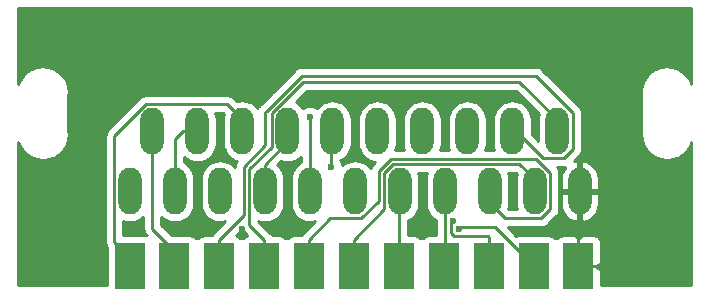
<source format=gbl>
G04 #@! TF.GenerationSoftware,KiCad,Pcbnew,(5.1.0)-1*
G04 #@! TF.CreationDate,2019-08-12T13:57:41-04:00*
G04 #@! TF.ProjectId,JP21F_to_EUROM,4a503231-465f-4746-9f5f-4555524f4d2e,rev?*
G04 #@! TF.SameCoordinates,Original*
G04 #@! TF.FileFunction,Copper,L2,Bot*
G04 #@! TF.FilePolarity,Positive*
%FSLAX46Y46*%
G04 Gerber Fmt 4.6, Leading zero omitted, Abs format (unit mm)*
G04 Created by KiCad (PCBNEW (5.1.0)-1) date 2019-08-12 13:57:41*
%MOMM*%
%LPD*%
G04 APERTURE LIST*
%ADD10R,2.500000X4.000000*%
%ADD11O,1.981200X3.962400*%
%ADD12C,0.600000*%
%ADD13C,0.250000*%
%ADD14C,0.254000*%
G04 APERTURE END LIST*
D10*
X114725000Y-91840501D03*
X118525000Y-91840501D03*
X122325000Y-91840501D03*
X126125000Y-91840501D03*
X129925000Y-91840501D03*
X133725000Y-91840501D03*
X137525000Y-91840501D03*
X141325000Y-91840501D03*
X145125000Y-91840501D03*
X148925000Y-91840501D03*
X152725000Y-91840501D03*
D11*
X114750000Y-85480000D03*
X116655000Y-80400000D03*
X118560000Y-85480000D03*
X120465000Y-80400000D03*
X122370000Y-85480000D03*
X124275000Y-80400000D03*
X126180000Y-85480000D03*
X128085000Y-80400000D03*
X129990000Y-85480000D03*
X131895000Y-80400000D03*
X133800000Y-85480000D03*
X135705000Y-80400000D03*
X137610000Y-85480000D03*
X139515000Y-80400000D03*
X141420000Y-85480000D03*
X143325000Y-80400000D03*
X145230000Y-85480000D03*
X147135000Y-80400000D03*
X149040000Y-85480000D03*
X150945000Y-80400000D03*
X152850000Y-85480000D03*
D12*
X142100000Y-88000000D03*
X142575000Y-88643721D03*
X131800000Y-83400000D03*
X130000000Y-79200000D03*
X160000000Y-70400000D03*
X157500000Y-70400000D03*
X155000000Y-70400000D03*
X152500000Y-70400000D03*
X150000000Y-70400000D03*
X147500000Y-70400000D03*
X145000000Y-70400000D03*
X142500000Y-70400000D03*
X140000000Y-70400000D03*
X137500000Y-70400000D03*
X135000000Y-70400000D03*
X132500000Y-70400000D03*
X130000000Y-70400000D03*
X127500000Y-70400000D03*
X125000000Y-70400000D03*
X122500000Y-70400000D03*
X120000000Y-70400000D03*
X117500000Y-70400000D03*
X115000000Y-70400000D03*
X112500000Y-70400000D03*
X110000000Y-70400000D03*
X107500000Y-70400000D03*
X155000000Y-92500000D03*
X160000000Y-72500000D03*
X107500000Y-72500000D03*
X107500000Y-92500000D03*
X110000000Y-92500000D03*
X130500000Y-77300000D03*
X124200000Y-88700000D03*
X137600000Y-78000000D03*
X133800000Y-79500000D03*
X148400000Y-88800000D03*
X139500000Y-85400000D03*
X147100000Y-85400000D03*
X106800000Y-84900000D03*
X106900000Y-87600000D03*
X106500000Y-90000000D03*
X156600000Y-92600000D03*
X160300000Y-89900000D03*
X160600000Y-87600000D03*
X160600000Y-84900000D03*
X161100000Y-92499998D03*
X128100000Y-83600000D03*
X122100000Y-88400000D03*
X119700000Y-88600000D03*
X117800000Y-88300000D03*
X114800000Y-88600000D03*
D13*
X149040000Y-84489400D02*
X149040000Y-85480000D01*
X147724390Y-83173790D02*
X149040000Y-84489400D01*
X137065057Y-83173790D02*
X147724390Y-83173790D01*
X136294390Y-83944457D02*
X137065057Y-83173790D01*
X136294390Y-87021111D02*
X136294390Y-83944457D01*
X133725000Y-89590501D02*
X136294390Y-87021111D01*
X133725000Y-91840501D02*
X133725000Y-89590501D01*
X137525000Y-85565000D02*
X137610000Y-85480000D01*
X137525000Y-91840501D02*
X137525000Y-85565000D01*
X141420000Y-88580000D02*
X141420000Y-85480000D01*
X141400000Y-88600000D02*
X141420000Y-88580000D01*
X141400000Y-91015501D02*
X141400000Y-88600000D01*
X141325000Y-91840501D02*
X141325000Y-91090501D01*
X141325000Y-91090501D02*
X141400000Y-91015501D01*
X141900000Y-88200000D02*
X142100000Y-88000000D01*
X141900000Y-89000000D02*
X141900000Y-88200000D01*
X142200000Y-89300000D02*
X141900000Y-89000000D01*
X145100000Y-89300000D02*
X142200000Y-89300000D01*
X145125000Y-91840501D02*
X145125000Y-89325000D01*
X145125000Y-89325000D02*
X145100000Y-89300000D01*
X128085000Y-81343800D02*
X128085000Y-80651410D01*
X128085000Y-80651410D02*
X128085000Y-80400000D01*
X126180000Y-83248800D02*
X128085000Y-81343800D01*
X126180000Y-85480000D02*
X126180000Y-83248800D01*
X148925000Y-91840501D02*
X148925000Y-91090501D01*
X145619501Y-88500000D02*
X142550010Y-88500000D01*
X148925000Y-91840501D02*
X148925000Y-91805499D01*
X148925000Y-91805499D02*
X145619501Y-88500000D01*
X142550010Y-88500000D02*
X142550010Y-88618731D01*
X142550010Y-88618731D02*
X142575000Y-88643721D01*
X131800000Y-80495000D02*
X131895000Y-80400000D01*
X131800000Y-83400000D02*
X131800000Y-80495000D01*
X130000000Y-85470000D02*
X129990000Y-85480000D01*
X130000000Y-79200000D02*
X130000000Y-85470000D01*
X152725000Y-85605000D02*
X152850000Y-85480000D01*
X152725000Y-91840501D02*
X152725000Y-85605000D01*
X152725000Y-91840501D02*
X160440503Y-91840501D01*
X160800001Y-92199999D02*
X161100000Y-92499998D01*
X160440503Y-91840501D02*
X160800001Y-92199999D01*
X122959390Y-78093790D02*
X124275000Y-79409400D01*
X124275000Y-79409400D02*
X124275000Y-80400000D01*
X116110057Y-78093790D02*
X122959390Y-78093790D01*
X113434390Y-80769457D02*
X116110057Y-78093790D01*
X113434390Y-89799891D02*
X113434390Y-80769457D01*
X114725000Y-91090501D02*
X113434390Y-89799891D01*
X114725000Y-91840501D02*
X114725000Y-91090501D01*
X116655000Y-82631200D02*
X116655000Y-80400000D01*
X116655000Y-88655000D02*
X116655000Y-82631200D01*
X118525000Y-91840501D02*
X118525000Y-90525000D01*
X118525000Y-90525000D02*
X116655000Y-88655000D01*
X119224400Y-80400000D02*
X120465000Y-80400000D01*
X118560000Y-81064400D02*
X119224400Y-80400000D01*
X118560000Y-85480000D02*
X118560000Y-81064400D01*
X122325000Y-91840501D02*
X122325000Y-91090501D01*
X147447563Y-80400000D02*
X147135000Y-80400000D01*
X126200000Y-81600000D02*
X126200000Y-78800000D01*
X124400000Y-83400000D02*
X126200000Y-81600000D01*
X127356221Y-77643779D02*
X129300000Y-75700000D01*
X122325000Y-91840501D02*
X122325000Y-89590501D01*
X126200000Y-78800000D02*
X126319379Y-78680621D01*
X126319379Y-78680621D02*
X126319379Y-78678057D01*
X124400000Y-87515501D02*
X124400000Y-83400000D01*
X152260610Y-78864457D02*
X152260610Y-81935543D01*
X127353657Y-77643779D02*
X127356221Y-77643779D01*
X126319379Y-78678057D02*
X127353657Y-77643779D01*
X152260610Y-81935543D02*
X151489943Y-82706210D01*
X122325000Y-89590501D02*
X124400000Y-87515501D01*
X129300000Y-75700000D02*
X149096153Y-75700000D01*
X149096153Y-75700000D02*
X152260610Y-78864457D01*
X151489943Y-82706210D02*
X149753773Y-82706210D01*
X149753773Y-82706210D02*
X147447563Y-80400000D01*
X126125000Y-91840501D02*
X126125000Y-91090501D01*
X124864390Y-88329891D02*
X124864390Y-83635610D01*
X129436410Y-76200000D02*
X147735600Y-76200000D01*
X126769390Y-81730610D02*
X126769390Y-78864457D01*
X127540057Y-78093790D02*
X127542620Y-78093790D01*
X127542620Y-78093790D02*
X129436410Y-76200000D01*
X124864390Y-83635610D02*
X126769390Y-81730610D01*
X126125000Y-91840501D02*
X126125000Y-89590501D01*
X126125000Y-89590501D02*
X124864390Y-88329891D01*
X150945000Y-79409400D02*
X150945000Y-80400000D01*
X147735600Y-76200000D02*
X150945000Y-79409400D01*
X126769390Y-78864457D02*
X127540057Y-78093790D01*
X145230000Y-86470600D02*
X145230000Y-85480000D01*
X146545610Y-87786210D02*
X145230000Y-86470600D01*
X149584943Y-87786210D02*
X146545610Y-87786210D01*
X150355610Y-87015543D02*
X149584943Y-87786210D01*
X150355610Y-83944457D02*
X150355610Y-87015543D01*
X135844381Y-83758056D02*
X136878657Y-82723780D01*
X135844380Y-86286773D02*
X135844381Y-83758056D01*
X134344943Y-87786210D02*
X135844380Y-86286773D01*
X149134933Y-82723780D02*
X150355610Y-83944457D01*
X131729291Y-87786210D02*
X134344943Y-87786210D01*
X129925000Y-89590501D02*
X131729291Y-87786210D01*
X136878657Y-82723780D02*
X149134933Y-82723780D01*
X129925000Y-91840501D02*
X129925000Y-89590501D01*
D14*
G36*
X162290001Y-76437191D02*
G01*
X162245868Y-76298068D01*
X162222290Y-76243058D01*
X162199508Y-76187783D01*
X162195125Y-76179677D01*
X162051836Y-75919034D01*
X162018048Y-75869687D01*
X161984936Y-75819850D01*
X161979062Y-75812749D01*
X161787876Y-75584904D01*
X161745146Y-75543060D01*
X161702987Y-75500605D01*
X161695846Y-75494781D01*
X161464045Y-75308408D01*
X161414031Y-75275680D01*
X161364398Y-75242202D01*
X161356261Y-75237876D01*
X161092675Y-75100077D01*
X161037219Y-75077672D01*
X160982068Y-75054488D01*
X160973246Y-75051825D01*
X160687915Y-74967847D01*
X160629175Y-74956642D01*
X160570558Y-74944609D01*
X160561386Y-74943710D01*
X160265178Y-74916753D01*
X160205361Y-74917171D01*
X160145544Y-74916753D01*
X160136372Y-74917653D01*
X159840569Y-74948742D01*
X159781972Y-74960771D01*
X159723210Y-74971980D01*
X159714388Y-74974644D01*
X159430257Y-75062598D01*
X159375139Y-75085768D01*
X159319650Y-75108186D01*
X159311514Y-75112513D01*
X159049878Y-75253979D01*
X159000311Y-75287412D01*
X158950232Y-75320183D01*
X158943091Y-75326008D01*
X158713915Y-75515597D01*
X158671774Y-75558034D01*
X158629024Y-75599897D01*
X158623150Y-75606998D01*
X158435164Y-75837492D01*
X158402049Y-75887334D01*
X158368265Y-75936674D01*
X158363882Y-75944781D01*
X158224246Y-76207399D01*
X158201458Y-76262687D01*
X158177886Y-76317683D01*
X158175162Y-76326487D01*
X158089193Y-76611225D01*
X158077570Y-76669925D01*
X158065137Y-76728419D01*
X158064174Y-76737584D01*
X158035150Y-77033596D01*
X158035150Y-77162406D01*
X158055801Y-77266697D01*
X158055800Y-80487952D01*
X158045478Y-80521300D01*
X158036932Y-80602622D01*
X158035299Y-80610870D01*
X158035299Y-80618164D01*
X158032016Y-80649404D01*
X158032016Y-80658620D01*
X158032165Y-80679898D01*
X158035298Y-80709700D01*
X158035298Y-80739680D01*
X158036262Y-80748844D01*
X158069416Y-81044424D01*
X158081853Y-81102936D01*
X158093471Y-81161614D01*
X158096196Y-81170413D01*
X158096197Y-81170419D01*
X158096199Y-81170425D01*
X158186130Y-81453928D01*
X158209691Y-81508899D01*
X158232491Y-81564217D01*
X158236874Y-81572323D01*
X158380163Y-81832965D01*
X158413947Y-81882305D01*
X158447062Y-81932147D01*
X158452936Y-81939247D01*
X158644122Y-82167094D01*
X158686853Y-82208939D01*
X158729013Y-82251395D01*
X158736155Y-82257219D01*
X158967956Y-82443591D01*
X159017968Y-82476318D01*
X159067600Y-82509795D01*
X159075737Y-82514121D01*
X159339323Y-82651921D01*
X159394783Y-82674328D01*
X159449931Y-82697511D01*
X159458753Y-82700174D01*
X159744083Y-82784152D01*
X159802837Y-82795360D01*
X159861441Y-82807390D01*
X159870613Y-82808289D01*
X160166820Y-82835246D01*
X160226638Y-82834828D01*
X160286455Y-82835246D01*
X160295626Y-82834347D01*
X160591430Y-82803257D01*
X160650017Y-82791230D01*
X160708787Y-82780020D01*
X160717609Y-82777356D01*
X161001740Y-82689403D01*
X161056883Y-82666223D01*
X161112348Y-82643814D01*
X161120485Y-82639487D01*
X161382121Y-82498021D01*
X161431705Y-82464576D01*
X161481768Y-82431816D01*
X161488909Y-82425992D01*
X161718085Y-82236401D01*
X161760224Y-82193966D01*
X161802974Y-82152103D01*
X161808848Y-82145002D01*
X161996834Y-81914509D01*
X162029938Y-81864682D01*
X162063733Y-81815327D01*
X162068116Y-81807221D01*
X162207753Y-81544603D01*
X162230560Y-81489269D01*
X162254114Y-81434314D01*
X162256838Y-81425515D01*
X162256840Y-81425509D01*
X162290001Y-81315674D01*
X162290000Y-93390000D01*
X154612265Y-93390000D01*
X154610000Y-92126251D01*
X154451250Y-91967501D01*
X154327000Y-91967501D01*
X154327000Y-91713501D01*
X154451250Y-91713501D01*
X154610000Y-91554751D01*
X154613072Y-89840501D01*
X154600812Y-89716019D01*
X154564502Y-89596321D01*
X154505537Y-89486007D01*
X154426185Y-89389316D01*
X154329494Y-89309964D01*
X154219180Y-89250999D01*
X154099482Y-89214689D01*
X153975000Y-89202429D01*
X153010750Y-89205501D01*
X152852000Y-89364251D01*
X152852000Y-89473000D01*
X152598000Y-89473000D01*
X152598000Y-89364251D01*
X152439250Y-89205501D01*
X151475000Y-89202429D01*
X151350518Y-89214689D01*
X151230820Y-89250999D01*
X151120506Y-89309964D01*
X151023815Y-89389316D01*
X150955138Y-89473000D01*
X150694862Y-89473000D01*
X150626185Y-89389316D01*
X150529494Y-89309964D01*
X150419180Y-89250999D01*
X150299482Y-89214689D01*
X150175000Y-89202429D01*
X147675000Y-89202429D01*
X147550518Y-89214689D01*
X147441931Y-89247629D01*
X146740512Y-88546210D01*
X149547621Y-88546210D01*
X149584943Y-88549886D01*
X149622265Y-88546210D01*
X149622276Y-88546210D01*
X149733929Y-88535213D01*
X149877190Y-88491756D01*
X150009219Y-88421184D01*
X150124944Y-88326211D01*
X150148746Y-88297208D01*
X150866612Y-87579342D01*
X150895611Y-87555544D01*
X150990584Y-87439819D01*
X151061156Y-87307790D01*
X151104613Y-87164529D01*
X151115610Y-87052876D01*
X151115610Y-87052868D01*
X151119286Y-87015543D01*
X151115610Y-86978218D01*
X151115610Y-85607000D01*
X151224400Y-85607000D01*
X151224400Y-86597600D01*
X151280412Y-86912299D01*
X151396742Y-87210023D01*
X151568920Y-87479332D01*
X151790329Y-87709876D01*
X152052461Y-87892795D01*
X152345242Y-88021060D01*
X152471041Y-88051411D01*
X152723000Y-87931942D01*
X152723000Y-85607000D01*
X152977000Y-85607000D01*
X152977000Y-87931942D01*
X153228959Y-88051411D01*
X153354758Y-88021060D01*
X153647539Y-87892795D01*
X153909671Y-87709876D01*
X154131080Y-87479332D01*
X154303258Y-87210023D01*
X154419588Y-86912299D01*
X154475600Y-86597600D01*
X154475600Y-85607000D01*
X152977000Y-85607000D01*
X152723000Y-85607000D01*
X151224400Y-85607000D01*
X151115610Y-85607000D01*
X151115610Y-83981780D01*
X151119286Y-83944457D01*
X151115610Y-83907134D01*
X151115610Y-83907124D01*
X151104613Y-83795471D01*
X151061156Y-83652210D01*
X151052283Y-83635610D01*
X150990584Y-83520180D01*
X150946291Y-83466210D01*
X151452621Y-83466210D01*
X151489943Y-83469886D01*
X151527265Y-83466210D01*
X151527276Y-83466210D01*
X151588606Y-83460169D01*
X151568920Y-83480668D01*
X151396742Y-83749977D01*
X151280412Y-84047701D01*
X151224400Y-84362400D01*
X151224400Y-85353000D01*
X152723000Y-85353000D01*
X152723000Y-83028058D01*
X152977000Y-83028058D01*
X152977000Y-85353000D01*
X154475600Y-85353000D01*
X154475600Y-84362400D01*
X154419588Y-84047701D01*
X154303258Y-83749977D01*
X154131080Y-83480668D01*
X153909671Y-83250124D01*
X153647539Y-83067205D01*
X153354758Y-82938940D01*
X153228959Y-82908589D01*
X152977000Y-83028058D01*
X152723000Y-83028058D01*
X152471041Y-82908589D01*
X152345242Y-82938940D01*
X152321701Y-82949253D01*
X152771612Y-82499342D01*
X152800611Y-82475544D01*
X152895584Y-82359819D01*
X152966156Y-82227790D01*
X153009613Y-82084529D01*
X153020610Y-81972876D01*
X153020610Y-81972868D01*
X153024286Y-81935543D01*
X153020610Y-81898218D01*
X153020610Y-78901779D01*
X153024286Y-78864456D01*
X153020610Y-78827134D01*
X153020610Y-78827124D01*
X153009613Y-78715471D01*
X152966156Y-78572210D01*
X152962316Y-78565026D01*
X152895584Y-78440180D01*
X152824409Y-78353454D01*
X152800611Y-78324456D01*
X152771614Y-78300659D01*
X149659957Y-75189003D01*
X149636154Y-75159999D01*
X149520429Y-75065026D01*
X149388400Y-74994454D01*
X149245139Y-74950997D01*
X149133486Y-74940000D01*
X149133475Y-74940000D01*
X149096153Y-74936324D01*
X149058831Y-74940000D01*
X129337333Y-74940000D01*
X129300000Y-74936323D01*
X129262667Y-74940000D01*
X129151014Y-74950997D01*
X129007753Y-74994454D01*
X128875724Y-75065026D01*
X128759999Y-75159999D01*
X128736201Y-75188997D01*
X126856959Y-77068240D01*
X126852256Y-77072100D01*
X126813656Y-77103778D01*
X126789858Y-77132776D01*
X125808380Y-78114255D01*
X125779378Y-78138056D01*
X125743844Y-78181355D01*
X125688996Y-78236202D01*
X125660000Y-78259999D01*
X125636202Y-78288997D01*
X125636201Y-78288998D01*
X125565026Y-78375724D01*
X125551065Y-78401842D01*
X125430034Y-78254366D01*
X125182505Y-78051223D01*
X124900100Y-77900275D01*
X124593673Y-77807322D01*
X124275000Y-77775935D01*
X123956328Y-77807322D01*
X123796275Y-77855873D01*
X123523194Y-77582793D01*
X123499391Y-77553789D01*
X123383666Y-77458816D01*
X123251637Y-77388244D01*
X123108376Y-77344787D01*
X122996723Y-77333790D01*
X122996712Y-77333790D01*
X122959390Y-77330114D01*
X122922068Y-77333790D01*
X116147390Y-77333790D01*
X116110057Y-77330113D01*
X116072724Y-77333790D01*
X115961071Y-77344787D01*
X115817810Y-77388244D01*
X115685781Y-77458816D01*
X115570056Y-77553789D01*
X115546258Y-77582787D01*
X112923388Y-80205658D01*
X112894390Y-80229456D01*
X112870592Y-80258454D01*
X112870591Y-80258455D01*
X112799416Y-80345181D01*
X112728844Y-80477211D01*
X112707072Y-80548986D01*
X112685388Y-80620471D01*
X112685052Y-80623882D01*
X112670714Y-80769457D01*
X112674391Y-80806789D01*
X112674390Y-89762569D01*
X112670714Y-89799891D01*
X112674390Y-89837213D01*
X112674390Y-89837223D01*
X112685387Y-89948876D01*
X112715760Y-90049003D01*
X112728844Y-90092137D01*
X112799416Y-90224167D01*
X112822115Y-90251825D01*
X112836928Y-90269875D01*
X112836928Y-93390000D01*
X105310000Y-93390000D01*
X105310000Y-81314810D01*
X105354130Y-81453928D01*
X105377691Y-81508899D01*
X105400491Y-81564217D01*
X105404874Y-81572323D01*
X105548163Y-81832965D01*
X105581947Y-81882305D01*
X105615062Y-81932147D01*
X105620936Y-81939247D01*
X105812122Y-82167094D01*
X105854853Y-82208939D01*
X105897013Y-82251395D01*
X105904155Y-82257219D01*
X106135956Y-82443591D01*
X106185968Y-82476318D01*
X106235600Y-82509795D01*
X106243737Y-82514121D01*
X106507323Y-82651921D01*
X106562783Y-82674328D01*
X106617931Y-82697511D01*
X106626753Y-82700174D01*
X106912083Y-82784152D01*
X106970837Y-82795360D01*
X107029441Y-82807390D01*
X107038613Y-82808289D01*
X107334820Y-82835246D01*
X107394638Y-82834828D01*
X107454455Y-82835246D01*
X107463626Y-82834347D01*
X107759430Y-82803257D01*
X107818017Y-82791230D01*
X107876787Y-82780020D01*
X107885609Y-82777356D01*
X108169740Y-82689403D01*
X108224883Y-82666223D01*
X108280348Y-82643814D01*
X108288485Y-82639487D01*
X108550121Y-82498021D01*
X108599705Y-82464576D01*
X108649768Y-82431816D01*
X108656909Y-82425992D01*
X108886085Y-82236401D01*
X108928224Y-82193966D01*
X108970974Y-82152103D01*
X108976848Y-82145002D01*
X109164834Y-81914509D01*
X109197938Y-81864682D01*
X109231733Y-81815327D01*
X109236116Y-81807221D01*
X109375753Y-81544603D01*
X109398560Y-81489269D01*
X109422114Y-81434314D01*
X109424838Y-81425515D01*
X109424840Y-81425509D01*
X109510806Y-81140773D01*
X109522422Y-81082108D01*
X109534862Y-81023584D01*
X109535825Y-81014419D01*
X109564850Y-80718406D01*
X109564850Y-80589596D01*
X109544200Y-80485305D01*
X109544200Y-77264047D01*
X109554522Y-77230699D01*
X109563068Y-77149377D01*
X109564701Y-77141129D01*
X109564701Y-77133835D01*
X109567984Y-77102594D01*
X109567984Y-77093379D01*
X109567835Y-77072100D01*
X109564702Y-77042298D01*
X109564702Y-77012319D01*
X109563738Y-77003154D01*
X109530584Y-76707575D01*
X109518151Y-76649081D01*
X109506528Y-76590381D01*
X109503803Y-76581578D01*
X109413868Y-76298068D01*
X109390290Y-76243058D01*
X109367508Y-76187783D01*
X109363125Y-76179677D01*
X109219836Y-75919034D01*
X109186048Y-75869687D01*
X109152936Y-75819850D01*
X109147062Y-75812749D01*
X108955876Y-75584904D01*
X108913146Y-75543060D01*
X108870987Y-75500605D01*
X108863846Y-75494781D01*
X108632045Y-75308408D01*
X108582031Y-75275680D01*
X108532398Y-75242202D01*
X108524261Y-75237876D01*
X108260675Y-75100077D01*
X108205219Y-75077672D01*
X108150068Y-75054488D01*
X108141246Y-75051825D01*
X107855915Y-74967847D01*
X107797175Y-74956642D01*
X107738558Y-74944609D01*
X107729386Y-74943710D01*
X107433178Y-74916753D01*
X107373361Y-74917171D01*
X107313544Y-74916753D01*
X107304372Y-74917653D01*
X107008569Y-74948742D01*
X106949972Y-74960771D01*
X106891210Y-74971980D01*
X106882388Y-74974644D01*
X106598257Y-75062598D01*
X106543139Y-75085768D01*
X106487650Y-75108186D01*
X106479514Y-75112513D01*
X106217878Y-75253979D01*
X106168311Y-75287412D01*
X106118232Y-75320183D01*
X106111091Y-75326008D01*
X105881915Y-75515597D01*
X105839774Y-75558034D01*
X105797024Y-75599897D01*
X105791150Y-75606998D01*
X105603164Y-75837492D01*
X105570049Y-75887334D01*
X105536265Y-75936674D01*
X105531882Y-75944781D01*
X105392246Y-76207399D01*
X105369458Y-76262687D01*
X105345886Y-76317683D01*
X105343162Y-76326487D01*
X105310000Y-76436323D01*
X105310000Y-70010000D01*
X162290001Y-70010000D01*
X162290001Y-76437191D01*
X162290001Y-76437191D01*
G37*
X162290001Y-76437191D02*
X162245868Y-76298068D01*
X162222290Y-76243058D01*
X162199508Y-76187783D01*
X162195125Y-76179677D01*
X162051836Y-75919034D01*
X162018048Y-75869687D01*
X161984936Y-75819850D01*
X161979062Y-75812749D01*
X161787876Y-75584904D01*
X161745146Y-75543060D01*
X161702987Y-75500605D01*
X161695846Y-75494781D01*
X161464045Y-75308408D01*
X161414031Y-75275680D01*
X161364398Y-75242202D01*
X161356261Y-75237876D01*
X161092675Y-75100077D01*
X161037219Y-75077672D01*
X160982068Y-75054488D01*
X160973246Y-75051825D01*
X160687915Y-74967847D01*
X160629175Y-74956642D01*
X160570558Y-74944609D01*
X160561386Y-74943710D01*
X160265178Y-74916753D01*
X160205361Y-74917171D01*
X160145544Y-74916753D01*
X160136372Y-74917653D01*
X159840569Y-74948742D01*
X159781972Y-74960771D01*
X159723210Y-74971980D01*
X159714388Y-74974644D01*
X159430257Y-75062598D01*
X159375139Y-75085768D01*
X159319650Y-75108186D01*
X159311514Y-75112513D01*
X159049878Y-75253979D01*
X159000311Y-75287412D01*
X158950232Y-75320183D01*
X158943091Y-75326008D01*
X158713915Y-75515597D01*
X158671774Y-75558034D01*
X158629024Y-75599897D01*
X158623150Y-75606998D01*
X158435164Y-75837492D01*
X158402049Y-75887334D01*
X158368265Y-75936674D01*
X158363882Y-75944781D01*
X158224246Y-76207399D01*
X158201458Y-76262687D01*
X158177886Y-76317683D01*
X158175162Y-76326487D01*
X158089193Y-76611225D01*
X158077570Y-76669925D01*
X158065137Y-76728419D01*
X158064174Y-76737584D01*
X158035150Y-77033596D01*
X158035150Y-77162406D01*
X158055801Y-77266697D01*
X158055800Y-80487952D01*
X158045478Y-80521300D01*
X158036932Y-80602622D01*
X158035299Y-80610870D01*
X158035299Y-80618164D01*
X158032016Y-80649404D01*
X158032016Y-80658620D01*
X158032165Y-80679898D01*
X158035298Y-80709700D01*
X158035298Y-80739680D01*
X158036262Y-80748844D01*
X158069416Y-81044424D01*
X158081853Y-81102936D01*
X158093471Y-81161614D01*
X158096196Y-81170413D01*
X158096197Y-81170419D01*
X158096199Y-81170425D01*
X158186130Y-81453928D01*
X158209691Y-81508899D01*
X158232491Y-81564217D01*
X158236874Y-81572323D01*
X158380163Y-81832965D01*
X158413947Y-81882305D01*
X158447062Y-81932147D01*
X158452936Y-81939247D01*
X158644122Y-82167094D01*
X158686853Y-82208939D01*
X158729013Y-82251395D01*
X158736155Y-82257219D01*
X158967956Y-82443591D01*
X159017968Y-82476318D01*
X159067600Y-82509795D01*
X159075737Y-82514121D01*
X159339323Y-82651921D01*
X159394783Y-82674328D01*
X159449931Y-82697511D01*
X159458753Y-82700174D01*
X159744083Y-82784152D01*
X159802837Y-82795360D01*
X159861441Y-82807390D01*
X159870613Y-82808289D01*
X160166820Y-82835246D01*
X160226638Y-82834828D01*
X160286455Y-82835246D01*
X160295626Y-82834347D01*
X160591430Y-82803257D01*
X160650017Y-82791230D01*
X160708787Y-82780020D01*
X160717609Y-82777356D01*
X161001740Y-82689403D01*
X161056883Y-82666223D01*
X161112348Y-82643814D01*
X161120485Y-82639487D01*
X161382121Y-82498021D01*
X161431705Y-82464576D01*
X161481768Y-82431816D01*
X161488909Y-82425992D01*
X161718085Y-82236401D01*
X161760224Y-82193966D01*
X161802974Y-82152103D01*
X161808848Y-82145002D01*
X161996834Y-81914509D01*
X162029938Y-81864682D01*
X162063733Y-81815327D01*
X162068116Y-81807221D01*
X162207753Y-81544603D01*
X162230560Y-81489269D01*
X162254114Y-81434314D01*
X162256838Y-81425515D01*
X162256840Y-81425509D01*
X162290001Y-81315674D01*
X162290000Y-93390000D01*
X154612265Y-93390000D01*
X154610000Y-92126251D01*
X154451250Y-91967501D01*
X154327000Y-91967501D01*
X154327000Y-91713501D01*
X154451250Y-91713501D01*
X154610000Y-91554751D01*
X154613072Y-89840501D01*
X154600812Y-89716019D01*
X154564502Y-89596321D01*
X154505537Y-89486007D01*
X154426185Y-89389316D01*
X154329494Y-89309964D01*
X154219180Y-89250999D01*
X154099482Y-89214689D01*
X153975000Y-89202429D01*
X153010750Y-89205501D01*
X152852000Y-89364251D01*
X152852000Y-89473000D01*
X152598000Y-89473000D01*
X152598000Y-89364251D01*
X152439250Y-89205501D01*
X151475000Y-89202429D01*
X151350518Y-89214689D01*
X151230820Y-89250999D01*
X151120506Y-89309964D01*
X151023815Y-89389316D01*
X150955138Y-89473000D01*
X150694862Y-89473000D01*
X150626185Y-89389316D01*
X150529494Y-89309964D01*
X150419180Y-89250999D01*
X150299482Y-89214689D01*
X150175000Y-89202429D01*
X147675000Y-89202429D01*
X147550518Y-89214689D01*
X147441931Y-89247629D01*
X146740512Y-88546210D01*
X149547621Y-88546210D01*
X149584943Y-88549886D01*
X149622265Y-88546210D01*
X149622276Y-88546210D01*
X149733929Y-88535213D01*
X149877190Y-88491756D01*
X150009219Y-88421184D01*
X150124944Y-88326211D01*
X150148746Y-88297208D01*
X150866612Y-87579342D01*
X150895611Y-87555544D01*
X150990584Y-87439819D01*
X151061156Y-87307790D01*
X151104613Y-87164529D01*
X151115610Y-87052876D01*
X151115610Y-87052868D01*
X151119286Y-87015543D01*
X151115610Y-86978218D01*
X151115610Y-85607000D01*
X151224400Y-85607000D01*
X151224400Y-86597600D01*
X151280412Y-86912299D01*
X151396742Y-87210023D01*
X151568920Y-87479332D01*
X151790329Y-87709876D01*
X152052461Y-87892795D01*
X152345242Y-88021060D01*
X152471041Y-88051411D01*
X152723000Y-87931942D01*
X152723000Y-85607000D01*
X152977000Y-85607000D01*
X152977000Y-87931942D01*
X153228959Y-88051411D01*
X153354758Y-88021060D01*
X153647539Y-87892795D01*
X153909671Y-87709876D01*
X154131080Y-87479332D01*
X154303258Y-87210023D01*
X154419588Y-86912299D01*
X154475600Y-86597600D01*
X154475600Y-85607000D01*
X152977000Y-85607000D01*
X152723000Y-85607000D01*
X151224400Y-85607000D01*
X151115610Y-85607000D01*
X151115610Y-83981780D01*
X151119286Y-83944457D01*
X151115610Y-83907134D01*
X151115610Y-83907124D01*
X151104613Y-83795471D01*
X151061156Y-83652210D01*
X151052283Y-83635610D01*
X150990584Y-83520180D01*
X150946291Y-83466210D01*
X151452621Y-83466210D01*
X151489943Y-83469886D01*
X151527265Y-83466210D01*
X151527276Y-83466210D01*
X151588606Y-83460169D01*
X151568920Y-83480668D01*
X151396742Y-83749977D01*
X151280412Y-84047701D01*
X151224400Y-84362400D01*
X151224400Y-85353000D01*
X152723000Y-85353000D01*
X152723000Y-83028058D01*
X152977000Y-83028058D01*
X152977000Y-85353000D01*
X154475600Y-85353000D01*
X154475600Y-84362400D01*
X154419588Y-84047701D01*
X154303258Y-83749977D01*
X154131080Y-83480668D01*
X153909671Y-83250124D01*
X153647539Y-83067205D01*
X153354758Y-82938940D01*
X153228959Y-82908589D01*
X152977000Y-83028058D01*
X152723000Y-83028058D01*
X152471041Y-82908589D01*
X152345242Y-82938940D01*
X152321701Y-82949253D01*
X152771612Y-82499342D01*
X152800611Y-82475544D01*
X152895584Y-82359819D01*
X152966156Y-82227790D01*
X153009613Y-82084529D01*
X153020610Y-81972876D01*
X153020610Y-81972868D01*
X153024286Y-81935543D01*
X153020610Y-81898218D01*
X153020610Y-78901779D01*
X153024286Y-78864456D01*
X153020610Y-78827134D01*
X153020610Y-78827124D01*
X153009613Y-78715471D01*
X152966156Y-78572210D01*
X152962316Y-78565026D01*
X152895584Y-78440180D01*
X152824409Y-78353454D01*
X152800611Y-78324456D01*
X152771614Y-78300659D01*
X149659957Y-75189003D01*
X149636154Y-75159999D01*
X149520429Y-75065026D01*
X149388400Y-74994454D01*
X149245139Y-74950997D01*
X149133486Y-74940000D01*
X149133475Y-74940000D01*
X149096153Y-74936324D01*
X149058831Y-74940000D01*
X129337333Y-74940000D01*
X129300000Y-74936323D01*
X129262667Y-74940000D01*
X129151014Y-74950997D01*
X129007753Y-74994454D01*
X128875724Y-75065026D01*
X128759999Y-75159999D01*
X128736201Y-75188997D01*
X126856959Y-77068240D01*
X126852256Y-77072100D01*
X126813656Y-77103778D01*
X126789858Y-77132776D01*
X125808380Y-78114255D01*
X125779378Y-78138056D01*
X125743844Y-78181355D01*
X125688996Y-78236202D01*
X125660000Y-78259999D01*
X125636202Y-78288997D01*
X125636201Y-78288998D01*
X125565026Y-78375724D01*
X125551065Y-78401842D01*
X125430034Y-78254366D01*
X125182505Y-78051223D01*
X124900100Y-77900275D01*
X124593673Y-77807322D01*
X124275000Y-77775935D01*
X123956328Y-77807322D01*
X123796275Y-77855873D01*
X123523194Y-77582793D01*
X123499391Y-77553789D01*
X123383666Y-77458816D01*
X123251637Y-77388244D01*
X123108376Y-77344787D01*
X122996723Y-77333790D01*
X122996712Y-77333790D01*
X122959390Y-77330114D01*
X122922068Y-77333790D01*
X116147390Y-77333790D01*
X116110057Y-77330113D01*
X116072724Y-77333790D01*
X115961071Y-77344787D01*
X115817810Y-77388244D01*
X115685781Y-77458816D01*
X115570056Y-77553789D01*
X115546258Y-77582787D01*
X112923388Y-80205658D01*
X112894390Y-80229456D01*
X112870592Y-80258454D01*
X112870591Y-80258455D01*
X112799416Y-80345181D01*
X112728844Y-80477211D01*
X112707072Y-80548986D01*
X112685388Y-80620471D01*
X112685052Y-80623882D01*
X112670714Y-80769457D01*
X112674391Y-80806789D01*
X112674390Y-89762569D01*
X112670714Y-89799891D01*
X112674390Y-89837213D01*
X112674390Y-89837223D01*
X112685387Y-89948876D01*
X112715760Y-90049003D01*
X112728844Y-90092137D01*
X112799416Y-90224167D01*
X112822115Y-90251825D01*
X112836928Y-90269875D01*
X112836928Y-93390000D01*
X105310000Y-93390000D01*
X105310000Y-81314810D01*
X105354130Y-81453928D01*
X105377691Y-81508899D01*
X105400491Y-81564217D01*
X105404874Y-81572323D01*
X105548163Y-81832965D01*
X105581947Y-81882305D01*
X105615062Y-81932147D01*
X105620936Y-81939247D01*
X105812122Y-82167094D01*
X105854853Y-82208939D01*
X105897013Y-82251395D01*
X105904155Y-82257219D01*
X106135956Y-82443591D01*
X106185968Y-82476318D01*
X106235600Y-82509795D01*
X106243737Y-82514121D01*
X106507323Y-82651921D01*
X106562783Y-82674328D01*
X106617931Y-82697511D01*
X106626753Y-82700174D01*
X106912083Y-82784152D01*
X106970837Y-82795360D01*
X107029441Y-82807390D01*
X107038613Y-82808289D01*
X107334820Y-82835246D01*
X107394638Y-82834828D01*
X107454455Y-82835246D01*
X107463626Y-82834347D01*
X107759430Y-82803257D01*
X107818017Y-82791230D01*
X107876787Y-82780020D01*
X107885609Y-82777356D01*
X108169740Y-82689403D01*
X108224883Y-82666223D01*
X108280348Y-82643814D01*
X108288485Y-82639487D01*
X108550121Y-82498021D01*
X108599705Y-82464576D01*
X108649768Y-82431816D01*
X108656909Y-82425992D01*
X108886085Y-82236401D01*
X108928224Y-82193966D01*
X108970974Y-82152103D01*
X108976848Y-82145002D01*
X109164834Y-81914509D01*
X109197938Y-81864682D01*
X109231733Y-81815327D01*
X109236116Y-81807221D01*
X109375753Y-81544603D01*
X109398560Y-81489269D01*
X109422114Y-81434314D01*
X109424838Y-81425515D01*
X109424840Y-81425509D01*
X109510806Y-81140773D01*
X109522422Y-81082108D01*
X109534862Y-81023584D01*
X109535825Y-81014419D01*
X109564850Y-80718406D01*
X109564850Y-80589596D01*
X109544200Y-80485305D01*
X109544200Y-77264047D01*
X109554522Y-77230699D01*
X109563068Y-77149377D01*
X109564701Y-77141129D01*
X109564701Y-77133835D01*
X109567984Y-77102594D01*
X109567984Y-77093379D01*
X109567835Y-77072100D01*
X109564702Y-77042298D01*
X109564702Y-77012319D01*
X109563738Y-77003154D01*
X109530584Y-76707575D01*
X109518151Y-76649081D01*
X109506528Y-76590381D01*
X109503803Y-76581578D01*
X109413868Y-76298068D01*
X109390290Y-76243058D01*
X109367508Y-76187783D01*
X109363125Y-76179677D01*
X109219836Y-75919034D01*
X109186048Y-75869687D01*
X109152936Y-75819850D01*
X109147062Y-75812749D01*
X108955876Y-75584904D01*
X108913146Y-75543060D01*
X108870987Y-75500605D01*
X108863846Y-75494781D01*
X108632045Y-75308408D01*
X108582031Y-75275680D01*
X108532398Y-75242202D01*
X108524261Y-75237876D01*
X108260675Y-75100077D01*
X108205219Y-75077672D01*
X108150068Y-75054488D01*
X108141246Y-75051825D01*
X107855915Y-74967847D01*
X107797175Y-74956642D01*
X107738558Y-74944609D01*
X107729386Y-74943710D01*
X107433178Y-74916753D01*
X107373361Y-74917171D01*
X107313544Y-74916753D01*
X107304372Y-74917653D01*
X107008569Y-74948742D01*
X106949972Y-74960771D01*
X106891210Y-74971980D01*
X106882388Y-74974644D01*
X106598257Y-75062598D01*
X106543139Y-75085768D01*
X106487650Y-75108186D01*
X106479514Y-75112513D01*
X106217878Y-75253979D01*
X106168311Y-75287412D01*
X106118232Y-75320183D01*
X106111091Y-75326008D01*
X105881915Y-75515597D01*
X105839774Y-75558034D01*
X105797024Y-75599897D01*
X105791150Y-75606998D01*
X105603164Y-75837492D01*
X105570049Y-75887334D01*
X105536265Y-75936674D01*
X105531882Y-75944781D01*
X105392246Y-76207399D01*
X105369458Y-76262687D01*
X105345886Y-76317683D01*
X105343162Y-76326487D01*
X105310000Y-76436323D01*
X105310000Y-70010000D01*
X162290001Y-70010000D01*
X162290001Y-76437191D01*
G36*
X124260667Y-88792246D02*
G01*
X124324389Y-88869892D01*
X124353393Y-88893695D01*
X124692106Y-89232408D01*
X124630820Y-89250999D01*
X124520506Y-89309964D01*
X124423815Y-89389316D01*
X124355138Y-89473000D01*
X124094862Y-89473000D01*
X124026185Y-89389316D01*
X123929494Y-89309964D01*
X123819180Y-89250999D01*
X123757894Y-89232408D01*
X124232445Y-88757858D01*
X124260667Y-88792246D01*
X124260667Y-88792246D01*
G37*
X124260667Y-88792246D02*
X124324389Y-88869892D01*
X124353393Y-88893695D01*
X124692106Y-89232408D01*
X124630820Y-89250999D01*
X124520506Y-89309964D01*
X124423815Y-89389316D01*
X124355138Y-89473000D01*
X124094862Y-89473000D01*
X124026185Y-89389316D01*
X123929494Y-89309964D01*
X123819180Y-89250999D01*
X123757894Y-89232408D01*
X124232445Y-88757858D01*
X124260667Y-88792246D01*
G36*
X129240001Y-83047035D02*
G01*
X129082496Y-83131223D01*
X128834967Y-83334366D01*
X128631824Y-83581895D01*
X128480876Y-83864300D01*
X128387923Y-84170727D01*
X128364401Y-84409546D01*
X128364400Y-86550453D01*
X128387922Y-86789272D01*
X128480875Y-87095699D01*
X128631823Y-87378104D01*
X128834966Y-87625634D01*
X129082495Y-87828777D01*
X129364900Y-87979725D01*
X129671327Y-88072678D01*
X129990000Y-88104065D01*
X130308672Y-88072678D01*
X130393864Y-88046835D01*
X129413998Y-89026702D01*
X129385000Y-89050500D01*
X129361202Y-89079498D01*
X129361201Y-89079499D01*
X129290026Y-89166225D01*
X129270674Y-89202429D01*
X128675000Y-89202429D01*
X128550518Y-89214689D01*
X128430820Y-89250999D01*
X128320506Y-89309964D01*
X128223815Y-89389316D01*
X128155138Y-89473000D01*
X127894862Y-89473000D01*
X127826185Y-89389316D01*
X127729494Y-89309964D01*
X127619180Y-89250999D01*
X127499482Y-89214689D01*
X127375000Y-89202429D01*
X126779326Y-89202429D01*
X126759974Y-89166225D01*
X126665001Y-89050500D01*
X126636003Y-89026702D01*
X125624390Y-88015090D01*
X125624390Y-88000804D01*
X125861327Y-88072678D01*
X126180000Y-88104065D01*
X126498672Y-88072678D01*
X126805099Y-87979725D01*
X127087504Y-87828777D01*
X127335034Y-87625634D01*
X127538177Y-87378105D01*
X127689125Y-87095700D01*
X127782078Y-86789273D01*
X127805600Y-86550454D01*
X127805600Y-84409546D01*
X127782078Y-84170727D01*
X127689125Y-83864300D01*
X127538177Y-83581895D01*
X127335034Y-83334366D01*
X127243970Y-83259631D01*
X127570367Y-82933235D01*
X127766327Y-82992678D01*
X128085000Y-83024065D01*
X128403672Y-82992678D01*
X128710099Y-82899725D01*
X128992504Y-82748777D01*
X129240001Y-82545661D01*
X129240001Y-83047035D01*
X129240001Y-83047035D01*
G37*
X129240001Y-83047035D02*
X129082496Y-83131223D01*
X128834967Y-83334366D01*
X128631824Y-83581895D01*
X128480876Y-83864300D01*
X128387923Y-84170727D01*
X128364401Y-84409546D01*
X128364400Y-86550453D01*
X128387922Y-86789272D01*
X128480875Y-87095699D01*
X128631823Y-87378104D01*
X128834966Y-87625634D01*
X129082495Y-87828777D01*
X129364900Y-87979725D01*
X129671327Y-88072678D01*
X129990000Y-88104065D01*
X130308672Y-88072678D01*
X130393864Y-88046835D01*
X129413998Y-89026702D01*
X129385000Y-89050500D01*
X129361202Y-89079498D01*
X129361201Y-89079499D01*
X129290026Y-89166225D01*
X129270674Y-89202429D01*
X128675000Y-89202429D01*
X128550518Y-89214689D01*
X128430820Y-89250999D01*
X128320506Y-89309964D01*
X128223815Y-89389316D01*
X128155138Y-89473000D01*
X127894862Y-89473000D01*
X127826185Y-89389316D01*
X127729494Y-89309964D01*
X127619180Y-89250999D01*
X127499482Y-89214689D01*
X127375000Y-89202429D01*
X126779326Y-89202429D01*
X126759974Y-89166225D01*
X126665001Y-89050500D01*
X126636003Y-89026702D01*
X125624390Y-88015090D01*
X125624390Y-88000804D01*
X125861327Y-88072678D01*
X126180000Y-88104065D01*
X126498672Y-88072678D01*
X126805099Y-87979725D01*
X127087504Y-87828777D01*
X127335034Y-87625634D01*
X127538177Y-87378105D01*
X127689125Y-87095700D01*
X127782078Y-86789273D01*
X127805600Y-86550454D01*
X127805600Y-84409546D01*
X127782078Y-84170727D01*
X127689125Y-83864300D01*
X127538177Y-83581895D01*
X127335034Y-83334366D01*
X127243970Y-83259631D01*
X127570367Y-82933235D01*
X127766327Y-82992678D01*
X128085000Y-83024065D01*
X128403672Y-82992678D01*
X128710099Y-82899725D01*
X128992504Y-82748777D01*
X129240001Y-82545661D01*
X129240001Y-83047035D01*
G36*
X139817923Y-84170727D02*
G01*
X139794401Y-84409546D01*
X139794400Y-86550453D01*
X139817922Y-86789272D01*
X139910875Y-87095699D01*
X140061823Y-87378104D01*
X140264966Y-87625634D01*
X140512495Y-87828777D01*
X140660000Y-87907620D01*
X140660000Y-88421338D01*
X140655492Y-88436201D01*
X140650998Y-88451015D01*
X140636324Y-88600000D01*
X140640001Y-88637332D01*
X140640001Y-89202429D01*
X140075000Y-89202429D01*
X139950518Y-89214689D01*
X139830820Y-89250999D01*
X139720506Y-89309964D01*
X139623815Y-89389316D01*
X139555138Y-89473000D01*
X139294862Y-89473000D01*
X139226185Y-89389316D01*
X139129494Y-89309964D01*
X139019180Y-89250999D01*
X138899482Y-89214689D01*
X138775000Y-89202429D01*
X138285000Y-89202429D01*
X138285000Y-87953052D01*
X138517504Y-87828777D01*
X138765034Y-87625634D01*
X138968177Y-87378105D01*
X139119125Y-87095700D01*
X139212078Y-86789273D01*
X139235600Y-86550454D01*
X139235600Y-84409546D01*
X139212078Y-84170727D01*
X139140204Y-83933790D01*
X139889797Y-83933790D01*
X139817923Y-84170727D01*
X139817923Y-84170727D01*
G37*
X139817923Y-84170727D02*
X139794401Y-84409546D01*
X139794400Y-86550453D01*
X139817922Y-86789272D01*
X139910875Y-87095699D01*
X140061823Y-87378104D01*
X140264966Y-87625634D01*
X140512495Y-87828777D01*
X140660000Y-87907620D01*
X140660000Y-88421338D01*
X140655492Y-88436201D01*
X140650998Y-88451015D01*
X140636324Y-88600000D01*
X140640001Y-88637332D01*
X140640001Y-89202429D01*
X140075000Y-89202429D01*
X139950518Y-89214689D01*
X139830820Y-89250999D01*
X139720506Y-89309964D01*
X139623815Y-89389316D01*
X139555138Y-89473000D01*
X139294862Y-89473000D01*
X139226185Y-89389316D01*
X139129494Y-89309964D01*
X139019180Y-89250999D01*
X138899482Y-89214689D01*
X138775000Y-89202429D01*
X138285000Y-89202429D01*
X138285000Y-87953052D01*
X138517504Y-87828777D01*
X138765034Y-87625634D01*
X138968177Y-87378105D01*
X139119125Y-87095700D01*
X139212078Y-86789273D01*
X139235600Y-86550454D01*
X139235600Y-84409546D01*
X139212078Y-84170727D01*
X139140204Y-83933790D01*
X139889797Y-83933790D01*
X139817923Y-84170727D01*
G36*
X122721474Y-78930675D02*
G01*
X122672923Y-79090727D01*
X122649401Y-79329546D01*
X122649400Y-81470453D01*
X122672922Y-81709272D01*
X122765875Y-82015699D01*
X122916823Y-82298104D01*
X123119966Y-82545634D01*
X123367495Y-82748777D01*
X123649900Y-82899725D01*
X123792017Y-82942835D01*
X123765026Y-82975724D01*
X123694454Y-83107754D01*
X123674423Y-83173790D01*
X123652200Y-83247054D01*
X123650998Y-83251015D01*
X123636324Y-83400000D01*
X123640001Y-83437332D01*
X123640001Y-83474453D01*
X123525034Y-83334366D01*
X123277505Y-83131223D01*
X122995100Y-82980275D01*
X122688673Y-82887322D01*
X122370000Y-82855935D01*
X122051328Y-82887322D01*
X121744901Y-82980275D01*
X121462496Y-83131223D01*
X121214967Y-83334366D01*
X121011824Y-83581895D01*
X120860876Y-83864300D01*
X120767923Y-84170727D01*
X120744401Y-84409546D01*
X120744400Y-86550453D01*
X120767922Y-86789272D01*
X120860875Y-87095699D01*
X121011823Y-87378104D01*
X121214966Y-87625634D01*
X121462495Y-87828777D01*
X121744900Y-87979725D01*
X122051327Y-88072678D01*
X122370000Y-88104065D01*
X122688672Y-88072678D01*
X122802573Y-88038127D01*
X121813998Y-89026702D01*
X121785000Y-89050500D01*
X121761202Y-89079498D01*
X121761201Y-89079499D01*
X121690026Y-89166225D01*
X121670674Y-89202429D01*
X121075000Y-89202429D01*
X120950518Y-89214689D01*
X120830820Y-89250999D01*
X120720506Y-89309964D01*
X120623815Y-89389316D01*
X120555138Y-89473000D01*
X120294862Y-89473000D01*
X120226185Y-89389316D01*
X120129494Y-89309964D01*
X120019180Y-89250999D01*
X119899482Y-89214689D01*
X119775000Y-89202429D01*
X118277231Y-89202429D01*
X117415000Y-88340199D01*
X117415000Y-87633869D01*
X117652495Y-87828777D01*
X117934900Y-87979725D01*
X118241327Y-88072678D01*
X118560000Y-88104065D01*
X118878672Y-88072678D01*
X119185099Y-87979725D01*
X119467504Y-87828777D01*
X119715034Y-87625634D01*
X119918177Y-87378105D01*
X120069125Y-87095700D01*
X120162078Y-86789273D01*
X120185600Y-86550454D01*
X120185600Y-84409546D01*
X120162078Y-84170727D01*
X120069125Y-83864300D01*
X119918177Y-83581895D01*
X119715034Y-83334366D01*
X119467505Y-83131223D01*
X119320000Y-83052380D01*
X119320000Y-82553869D01*
X119557495Y-82748777D01*
X119839900Y-82899725D01*
X120146327Y-82992678D01*
X120465000Y-83024065D01*
X120783672Y-82992678D01*
X121090099Y-82899725D01*
X121372504Y-82748777D01*
X121620034Y-82545634D01*
X121823177Y-82298105D01*
X121974125Y-82015700D01*
X122067078Y-81709273D01*
X122090600Y-81470454D01*
X122090600Y-79329546D01*
X122067078Y-79090727D01*
X121995204Y-78853790D01*
X122644589Y-78853790D01*
X122721474Y-78930675D01*
X122721474Y-78930675D01*
G37*
X122721474Y-78930675D02*
X122672923Y-79090727D01*
X122649401Y-79329546D01*
X122649400Y-81470453D01*
X122672922Y-81709272D01*
X122765875Y-82015699D01*
X122916823Y-82298104D01*
X123119966Y-82545634D01*
X123367495Y-82748777D01*
X123649900Y-82899725D01*
X123792017Y-82942835D01*
X123765026Y-82975724D01*
X123694454Y-83107754D01*
X123674423Y-83173790D01*
X123652200Y-83247054D01*
X123650998Y-83251015D01*
X123636324Y-83400000D01*
X123640001Y-83437332D01*
X123640001Y-83474453D01*
X123525034Y-83334366D01*
X123277505Y-83131223D01*
X122995100Y-82980275D01*
X122688673Y-82887322D01*
X122370000Y-82855935D01*
X122051328Y-82887322D01*
X121744901Y-82980275D01*
X121462496Y-83131223D01*
X121214967Y-83334366D01*
X121011824Y-83581895D01*
X120860876Y-83864300D01*
X120767923Y-84170727D01*
X120744401Y-84409546D01*
X120744400Y-86550453D01*
X120767922Y-86789272D01*
X120860875Y-87095699D01*
X121011823Y-87378104D01*
X121214966Y-87625634D01*
X121462495Y-87828777D01*
X121744900Y-87979725D01*
X122051327Y-88072678D01*
X122370000Y-88104065D01*
X122688672Y-88072678D01*
X122802573Y-88038127D01*
X121813998Y-89026702D01*
X121785000Y-89050500D01*
X121761202Y-89079498D01*
X121761201Y-89079499D01*
X121690026Y-89166225D01*
X121670674Y-89202429D01*
X121075000Y-89202429D01*
X120950518Y-89214689D01*
X120830820Y-89250999D01*
X120720506Y-89309964D01*
X120623815Y-89389316D01*
X120555138Y-89473000D01*
X120294862Y-89473000D01*
X120226185Y-89389316D01*
X120129494Y-89309964D01*
X120019180Y-89250999D01*
X119899482Y-89214689D01*
X119775000Y-89202429D01*
X118277231Y-89202429D01*
X117415000Y-88340199D01*
X117415000Y-87633869D01*
X117652495Y-87828777D01*
X117934900Y-87979725D01*
X118241327Y-88072678D01*
X118560000Y-88104065D01*
X118878672Y-88072678D01*
X119185099Y-87979725D01*
X119467504Y-87828777D01*
X119715034Y-87625634D01*
X119918177Y-87378105D01*
X120069125Y-87095700D01*
X120162078Y-86789273D01*
X120185600Y-86550454D01*
X120185600Y-84409546D01*
X120162078Y-84170727D01*
X120069125Y-83864300D01*
X119918177Y-83581895D01*
X119715034Y-83334366D01*
X119467505Y-83131223D01*
X119320000Y-83052380D01*
X119320000Y-82553869D01*
X119557495Y-82748777D01*
X119839900Y-82899725D01*
X120146327Y-82992678D01*
X120465000Y-83024065D01*
X120783672Y-82992678D01*
X121090099Y-82899725D01*
X121372504Y-82748777D01*
X121620034Y-82545634D01*
X121823177Y-82298105D01*
X121974125Y-82015700D01*
X122067078Y-81709273D01*
X122090600Y-81470454D01*
X122090600Y-79329546D01*
X122067078Y-79090727D01*
X121995204Y-78853790D01*
X122644589Y-78853790D01*
X122721474Y-78930675D01*
G36*
X115895000Y-88617677D02*
G01*
X115891324Y-88655000D01*
X115895000Y-88692322D01*
X115895000Y-88692332D01*
X115905997Y-88803985D01*
X115942486Y-88924276D01*
X115949454Y-88947246D01*
X116020026Y-89079276D01*
X116053449Y-89120001D01*
X116114999Y-89195001D01*
X116144003Y-89218804D01*
X116157482Y-89232283D01*
X116099482Y-89214689D01*
X115975000Y-89202429D01*
X114194390Y-89202429D01*
X114194390Y-88000804D01*
X114431327Y-88072678D01*
X114750000Y-88104065D01*
X115068672Y-88072678D01*
X115375099Y-87979725D01*
X115657504Y-87828777D01*
X115895000Y-87633869D01*
X115895000Y-88617677D01*
X115895000Y-88617677D01*
G37*
X115895000Y-88617677D02*
X115891324Y-88655000D01*
X115895000Y-88692322D01*
X115895000Y-88692332D01*
X115905997Y-88803985D01*
X115942486Y-88924276D01*
X115949454Y-88947246D01*
X116020026Y-89079276D01*
X116053449Y-89120001D01*
X116114999Y-89195001D01*
X116144003Y-89218804D01*
X116157482Y-89232283D01*
X116099482Y-89214689D01*
X115975000Y-89202429D01*
X114194390Y-89202429D01*
X114194390Y-88000804D01*
X114431327Y-88072678D01*
X114750000Y-88104065D01*
X115068672Y-88072678D01*
X115375099Y-87979725D01*
X115657504Y-87828777D01*
X115895000Y-87633869D01*
X115895000Y-88617677D01*
G36*
X147486474Y-84010675D02*
G01*
X147437923Y-84170727D01*
X147414401Y-84409546D01*
X147414400Y-86550453D01*
X147437922Y-86789272D01*
X147509796Y-87026210D01*
X146860412Y-87026210D01*
X146783527Y-86949325D01*
X146832078Y-86789273D01*
X146855600Y-86550454D01*
X146855600Y-84409546D01*
X146832078Y-84170727D01*
X146760204Y-83933790D01*
X147409589Y-83933790D01*
X147486474Y-84010675D01*
X147486474Y-84010675D01*
G37*
X147486474Y-84010675D02*
X147437923Y-84170727D01*
X147414401Y-84409546D01*
X147414400Y-86550453D01*
X147437922Y-86789272D01*
X147509796Y-87026210D01*
X146860412Y-87026210D01*
X146783527Y-86949325D01*
X146832078Y-86789273D01*
X146855600Y-86550454D01*
X146855600Y-84409546D01*
X146832078Y-84170727D01*
X146760204Y-83933790D01*
X147409589Y-83933790D01*
X147486474Y-84010675D01*
G36*
X149391474Y-78930675D02*
G01*
X149342923Y-79090727D01*
X149319401Y-79329546D01*
X149319400Y-81197035D01*
X148760600Y-80638235D01*
X148760600Y-79329546D01*
X148737078Y-79090727D01*
X148644125Y-78784300D01*
X148493177Y-78501895D01*
X148290034Y-78254366D01*
X148042505Y-78051223D01*
X147760100Y-77900275D01*
X147453673Y-77807322D01*
X147135000Y-77775935D01*
X146816328Y-77807322D01*
X146509901Y-77900275D01*
X146227496Y-78051223D01*
X145979967Y-78254366D01*
X145776824Y-78501895D01*
X145625876Y-78784300D01*
X145532923Y-79090727D01*
X145509401Y-79329546D01*
X145509400Y-81470453D01*
X145532922Y-81709272D01*
X145610126Y-81963780D01*
X144849875Y-81963780D01*
X144927078Y-81709273D01*
X144950600Y-81470454D01*
X144950600Y-79329546D01*
X144927078Y-79090727D01*
X144834125Y-78784300D01*
X144683177Y-78501895D01*
X144480034Y-78254366D01*
X144232505Y-78051223D01*
X143950100Y-77900275D01*
X143643673Y-77807322D01*
X143325000Y-77775935D01*
X143006328Y-77807322D01*
X142699901Y-77900275D01*
X142417496Y-78051223D01*
X142169967Y-78254366D01*
X141966824Y-78501895D01*
X141815876Y-78784300D01*
X141722923Y-79090727D01*
X141699401Y-79329546D01*
X141699400Y-81470453D01*
X141722922Y-81709272D01*
X141800126Y-81963780D01*
X141039875Y-81963780D01*
X141117078Y-81709273D01*
X141140600Y-81470454D01*
X141140600Y-79329546D01*
X141117078Y-79090727D01*
X141024125Y-78784300D01*
X140873177Y-78501895D01*
X140670034Y-78254366D01*
X140422505Y-78051223D01*
X140140100Y-77900275D01*
X139833673Y-77807322D01*
X139515000Y-77775935D01*
X139196328Y-77807322D01*
X138889901Y-77900275D01*
X138607496Y-78051223D01*
X138359967Y-78254366D01*
X138156824Y-78501895D01*
X138005876Y-78784300D01*
X137912923Y-79090727D01*
X137889401Y-79329546D01*
X137889400Y-81470453D01*
X137912922Y-81709272D01*
X137990126Y-81963780D01*
X137229875Y-81963780D01*
X137307078Y-81709273D01*
X137330600Y-81470454D01*
X137330600Y-79329546D01*
X137307078Y-79090727D01*
X137214125Y-78784300D01*
X137063177Y-78501895D01*
X136860034Y-78254366D01*
X136612505Y-78051223D01*
X136330100Y-77900275D01*
X136023673Y-77807322D01*
X135705000Y-77775935D01*
X135386328Y-77807322D01*
X135079901Y-77900275D01*
X134797496Y-78051223D01*
X134549967Y-78254366D01*
X134346824Y-78501895D01*
X134195876Y-78784300D01*
X134102923Y-79090727D01*
X134079401Y-79329546D01*
X134079400Y-81470453D01*
X134102922Y-81709272D01*
X134195875Y-82015699D01*
X134346823Y-82298104D01*
X134549966Y-82545634D01*
X134797495Y-82748777D01*
X135079900Y-82899725D01*
X135386327Y-82992678D01*
X135521631Y-83006004D01*
X135333379Y-83194257D01*
X135304381Y-83218055D01*
X135280583Y-83247053D01*
X135280582Y-83247054D01*
X135209407Y-83333780D01*
X135138835Y-83465810D01*
X135118345Y-83533360D01*
X134955034Y-83334366D01*
X134707505Y-83131223D01*
X134425100Y-82980275D01*
X134118673Y-82887322D01*
X133800000Y-82855935D01*
X133481328Y-82887322D01*
X133174901Y-82980275D01*
X132892496Y-83131223D01*
X132726889Y-83267134D01*
X132699068Y-83127271D01*
X132628586Y-82957111D01*
X132571783Y-82872099D01*
X132802504Y-82748777D01*
X133050034Y-82545634D01*
X133253177Y-82298105D01*
X133404125Y-82015700D01*
X133497078Y-81709273D01*
X133520600Y-81470454D01*
X133520600Y-79329546D01*
X133497078Y-79090727D01*
X133404125Y-78784300D01*
X133253177Y-78501895D01*
X133050034Y-78254366D01*
X132802505Y-78051223D01*
X132520100Y-77900275D01*
X132213673Y-77807322D01*
X131895000Y-77775935D01*
X131576328Y-77807322D01*
X131269901Y-77900275D01*
X130987496Y-78051223D01*
X130739967Y-78254366D01*
X130572716Y-78458161D01*
X130442889Y-78371414D01*
X130272729Y-78300932D01*
X130092089Y-78265000D01*
X129907911Y-78265000D01*
X129727271Y-78300932D01*
X129557111Y-78371414D01*
X129414368Y-78466792D01*
X129240034Y-78254366D01*
X128992505Y-78051223D01*
X128775812Y-77935399D01*
X129751212Y-76960000D01*
X147420799Y-76960000D01*
X149391474Y-78930675D01*
X149391474Y-78930675D01*
G37*
X149391474Y-78930675D02*
X149342923Y-79090727D01*
X149319401Y-79329546D01*
X149319400Y-81197035D01*
X148760600Y-80638235D01*
X148760600Y-79329546D01*
X148737078Y-79090727D01*
X148644125Y-78784300D01*
X148493177Y-78501895D01*
X148290034Y-78254366D01*
X148042505Y-78051223D01*
X147760100Y-77900275D01*
X147453673Y-77807322D01*
X147135000Y-77775935D01*
X146816328Y-77807322D01*
X146509901Y-77900275D01*
X146227496Y-78051223D01*
X145979967Y-78254366D01*
X145776824Y-78501895D01*
X145625876Y-78784300D01*
X145532923Y-79090727D01*
X145509401Y-79329546D01*
X145509400Y-81470453D01*
X145532922Y-81709272D01*
X145610126Y-81963780D01*
X144849875Y-81963780D01*
X144927078Y-81709273D01*
X144950600Y-81470454D01*
X144950600Y-79329546D01*
X144927078Y-79090727D01*
X144834125Y-78784300D01*
X144683177Y-78501895D01*
X144480034Y-78254366D01*
X144232505Y-78051223D01*
X143950100Y-77900275D01*
X143643673Y-77807322D01*
X143325000Y-77775935D01*
X143006328Y-77807322D01*
X142699901Y-77900275D01*
X142417496Y-78051223D01*
X142169967Y-78254366D01*
X141966824Y-78501895D01*
X141815876Y-78784300D01*
X141722923Y-79090727D01*
X141699401Y-79329546D01*
X141699400Y-81470453D01*
X141722922Y-81709272D01*
X141800126Y-81963780D01*
X141039875Y-81963780D01*
X141117078Y-81709273D01*
X141140600Y-81470454D01*
X141140600Y-79329546D01*
X141117078Y-79090727D01*
X141024125Y-78784300D01*
X140873177Y-78501895D01*
X140670034Y-78254366D01*
X140422505Y-78051223D01*
X140140100Y-77900275D01*
X139833673Y-77807322D01*
X139515000Y-77775935D01*
X139196328Y-77807322D01*
X138889901Y-77900275D01*
X138607496Y-78051223D01*
X138359967Y-78254366D01*
X138156824Y-78501895D01*
X138005876Y-78784300D01*
X137912923Y-79090727D01*
X137889401Y-79329546D01*
X137889400Y-81470453D01*
X137912922Y-81709272D01*
X137990126Y-81963780D01*
X137229875Y-81963780D01*
X137307078Y-81709273D01*
X137330600Y-81470454D01*
X137330600Y-79329546D01*
X137307078Y-79090727D01*
X137214125Y-78784300D01*
X137063177Y-78501895D01*
X136860034Y-78254366D01*
X136612505Y-78051223D01*
X136330100Y-77900275D01*
X136023673Y-77807322D01*
X135705000Y-77775935D01*
X135386328Y-77807322D01*
X135079901Y-77900275D01*
X134797496Y-78051223D01*
X134549967Y-78254366D01*
X134346824Y-78501895D01*
X134195876Y-78784300D01*
X134102923Y-79090727D01*
X134079401Y-79329546D01*
X134079400Y-81470453D01*
X134102922Y-81709272D01*
X134195875Y-82015699D01*
X134346823Y-82298104D01*
X134549966Y-82545634D01*
X134797495Y-82748777D01*
X135079900Y-82899725D01*
X135386327Y-82992678D01*
X135521631Y-83006004D01*
X135333379Y-83194257D01*
X135304381Y-83218055D01*
X135280583Y-83247053D01*
X135280582Y-83247054D01*
X135209407Y-83333780D01*
X135138835Y-83465810D01*
X135118345Y-83533360D01*
X134955034Y-83334366D01*
X134707505Y-83131223D01*
X134425100Y-82980275D01*
X134118673Y-82887322D01*
X133800000Y-82855935D01*
X133481328Y-82887322D01*
X133174901Y-82980275D01*
X132892496Y-83131223D01*
X132726889Y-83267134D01*
X132699068Y-83127271D01*
X132628586Y-82957111D01*
X132571783Y-82872099D01*
X132802504Y-82748777D01*
X133050034Y-82545634D01*
X133253177Y-82298105D01*
X133404125Y-82015700D01*
X133497078Y-81709273D01*
X133520600Y-81470454D01*
X133520600Y-79329546D01*
X133497078Y-79090727D01*
X133404125Y-78784300D01*
X133253177Y-78501895D01*
X133050034Y-78254366D01*
X132802505Y-78051223D01*
X132520100Y-77900275D01*
X132213673Y-77807322D01*
X131895000Y-77775935D01*
X131576328Y-77807322D01*
X131269901Y-77900275D01*
X130987496Y-78051223D01*
X130739967Y-78254366D01*
X130572716Y-78458161D01*
X130442889Y-78371414D01*
X130272729Y-78300932D01*
X130092089Y-78265000D01*
X129907911Y-78265000D01*
X129727271Y-78300932D01*
X129557111Y-78371414D01*
X129414368Y-78466792D01*
X129240034Y-78254366D01*
X128992505Y-78051223D01*
X128775812Y-77935399D01*
X129751212Y-76960000D01*
X147420799Y-76960000D01*
X149391474Y-78930675D01*
M02*

</source>
